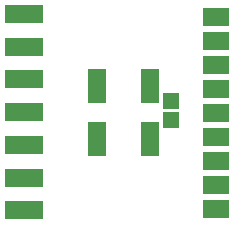
<source format=gbs>
G04 DipTrace 3.3.1.1*
G04 BottomMask.gbs*
%MOIN*%
G04 #@! TF.FileFunction,Soldermask,Bot*
G04 #@! TF.Part,Single*
%ADD38R,0.086614X0.062874*%
%ADD44R,0.062992X0.11752*%
%ADD48R,0.125984X0.062374*%
%ADD50R,0.057874X0.057874*%
%FSLAX26Y26*%
G04*
G70*
G90*
G75*
G01*
G04 BotMask*
%LPD*%
D50*
X943701Y781201D3*
Y843503D3*
D48*
X456345Y479396D3*
Y588396D3*
Y697396D3*
Y806396D3*
Y915396D3*
Y1024396D3*
Y1133396D3*
D44*
X874951Y893701D3*
Y716535D3*
X697786D3*
Y893701D3*
D38*
X1093701Y1124950D3*
Y1044950D3*
Y964950D3*
Y884950D3*
Y804950D3*
Y724950D3*
Y644950D3*
Y564950D3*
Y484950D3*
M02*

</source>
